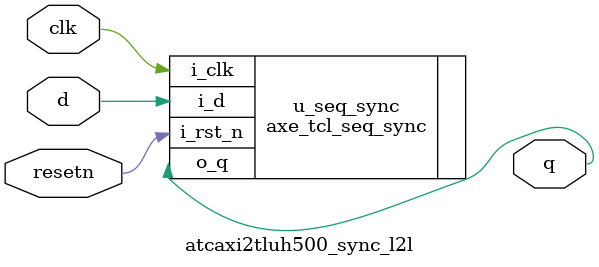
<source format=sv>

module atcaxi2tluh500_sync_l2l (
  resetn,
  clk,
  d,
  q
);
  parameter SYNC_STAGE = 2;
  parameter RESET_VALUE = 1'b0;

  input resetn;
  input clk;
  input d;
  output q;

  axe_tcl_seq_sync #(
    .SyncStages(SYNC_STAGE),
    .ResetValue(RESET_VALUE)
  ) u_seq_sync (
    .i_clk(clk),
    .i_rst_n(resetn),
    .i_d(d),
    .o_q(q)
  );

endmodule

</source>
